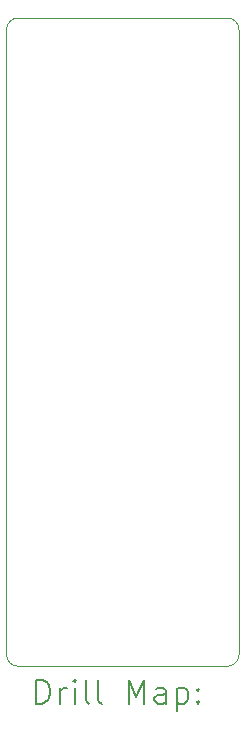
<source format=gbr>
%TF.GenerationSoftware,KiCad,Pcbnew,(6.0.7-1)-1*%
%TF.CreationDate,2022-09-21T15:36:25+10:00*%
%TF.ProjectId,open_jip,6f70656e-5f6a-4697-902e-6b696361645f,rev?*%
%TF.SameCoordinates,Original*%
%TF.FileFunction,Drillmap*%
%TF.FilePolarity,Positive*%
%FSLAX45Y45*%
G04 Gerber Fmt 4.5, Leading zero omitted, Abs format (unit mm)*
G04 Created by KiCad (PCBNEW (6.0.7-1)-1) date 2022-09-21 15:36:25*
%MOMM*%
%LPD*%
G01*
G04 APERTURE LIST*
%ADD10C,0.100000*%
%ADD11C,0.200000*%
G04 APERTURE END LIST*
D10*
X11549289Y-12370000D02*
X11549289Y-7080711D01*
X9680711Y-6980711D02*
G75*
G03*
X9580711Y-7080711I-1J-99999D01*
G01*
X9580000Y-7080000D02*
X9580000Y-12370000D01*
X11549289Y-7080711D02*
G75*
G03*
X11449289Y-6980711I-99999J1D01*
G01*
X11449289Y-12469999D02*
G75*
G03*
X11549289Y-12370000I1J99999D01*
G01*
X11449289Y-6980711D02*
X9680711Y-6980711D01*
X9580000Y-12370000D02*
G75*
G03*
X9680000Y-12470000I100000J0D01*
G01*
X11410000Y-12470000D02*
X11449289Y-12470000D01*
X9680000Y-12470000D02*
X11410000Y-12470000D01*
D11*
X9832619Y-12785476D02*
X9832619Y-12585476D01*
X9880238Y-12585476D01*
X9908810Y-12595000D01*
X9927857Y-12614048D01*
X9937381Y-12633095D01*
X9946905Y-12671190D01*
X9946905Y-12699762D01*
X9937381Y-12737857D01*
X9927857Y-12756905D01*
X9908810Y-12775952D01*
X9880238Y-12785476D01*
X9832619Y-12785476D01*
X10032619Y-12785476D02*
X10032619Y-12652143D01*
X10032619Y-12690238D02*
X10042143Y-12671190D01*
X10051667Y-12661667D01*
X10070714Y-12652143D01*
X10089762Y-12652143D01*
X10156429Y-12785476D02*
X10156429Y-12652143D01*
X10156429Y-12585476D02*
X10146905Y-12595000D01*
X10156429Y-12604524D01*
X10165952Y-12595000D01*
X10156429Y-12585476D01*
X10156429Y-12604524D01*
X10280238Y-12785476D02*
X10261190Y-12775952D01*
X10251667Y-12756905D01*
X10251667Y-12585476D01*
X10385000Y-12785476D02*
X10365952Y-12775952D01*
X10356429Y-12756905D01*
X10356429Y-12585476D01*
X10613571Y-12785476D02*
X10613571Y-12585476D01*
X10680238Y-12728333D01*
X10746905Y-12585476D01*
X10746905Y-12785476D01*
X10927857Y-12785476D02*
X10927857Y-12680714D01*
X10918333Y-12661667D01*
X10899286Y-12652143D01*
X10861190Y-12652143D01*
X10842143Y-12661667D01*
X10927857Y-12775952D02*
X10908810Y-12785476D01*
X10861190Y-12785476D01*
X10842143Y-12775952D01*
X10832619Y-12756905D01*
X10832619Y-12737857D01*
X10842143Y-12718809D01*
X10861190Y-12709286D01*
X10908810Y-12709286D01*
X10927857Y-12699762D01*
X11023095Y-12652143D02*
X11023095Y-12852143D01*
X11023095Y-12661667D02*
X11042143Y-12652143D01*
X11080238Y-12652143D01*
X11099286Y-12661667D01*
X11108810Y-12671190D01*
X11118333Y-12690238D01*
X11118333Y-12747381D01*
X11108810Y-12766428D01*
X11099286Y-12775952D01*
X11080238Y-12785476D01*
X11042143Y-12785476D01*
X11023095Y-12775952D01*
X11204048Y-12766428D02*
X11213571Y-12775952D01*
X11204048Y-12785476D01*
X11194524Y-12775952D01*
X11204048Y-12766428D01*
X11204048Y-12785476D01*
X11204048Y-12661667D02*
X11213571Y-12671190D01*
X11204048Y-12680714D01*
X11194524Y-12671190D01*
X11204048Y-12661667D01*
X11204048Y-12680714D01*
M02*

</source>
